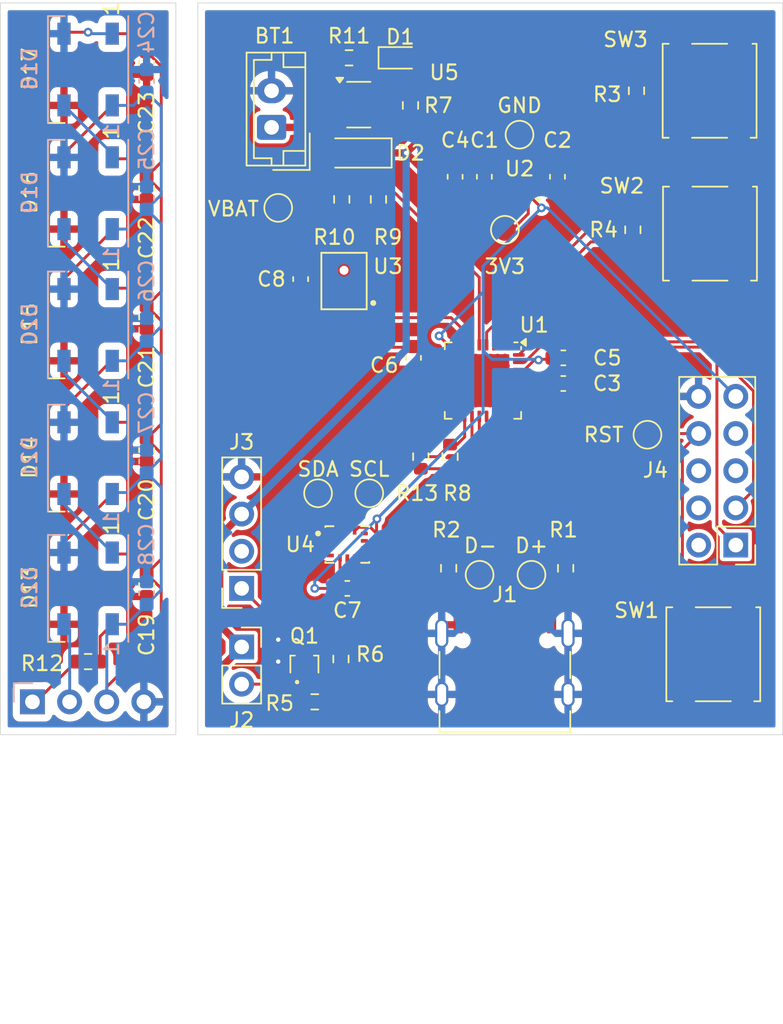
<source format=kicad_pcb>
(kicad_pcb (version 20240108) (generator "pcbnew") (generator_version "8.0")
  (layers (0 "F.Cu" signal) (31 "B.Cu" signal) (34 "B.Paste" user) (35 "F.Paste" user) (36 "B.SilkS" user "B.Silkscreen") (37 "F.SilkS" user "F.Silkscreen") (38 "B.Mask" user) (39 "F.Mask" user) (44 "Edge.Cuts" user))
  (net 0 "")
  (net 1 "VBAT")
  (net 2 "GND")
  (net 3 "VBUS")
  (net 4 "+3V3")
  (net 5 "Net-(U1-VDDCORE)")
  (net 6 "VDD")
  (net 7 "Net-(D1-K)")
  (net 8 "Net-(D13-DIN)")
  (net 9 "Net-(D13-DOUT)")
  (net 10 "Net-(D14-DOUT)")
  (net 11 "Net-(D15-DOUT)")
  (net 12 "Net-(D16-DOUT)")
  (net 13 "Net-(D17-DOUT)")
  (net 14 "Net-(D18-DOUT)")
  (net 15 "Net-(D19-DOUT)")
  (net 16 "Net-(D20-DOUT)")
  (net 17 "Net-(D21-DOUT)")
  (net 18 "/NeoStick/DOUT")
  (net 19 "Net-(J1-CC2)")
  (net 20 "Net-(J1-CC1)")
  (net 21 "/D-")
  (net 22 "/D+")
  (net 23 "Net-(J2-Pin_2)")
  (net 24 "/NEO_OUT")
  (net 28 "/RESET")
  (net 32 "/SWDIO")
  (net 33 "/SWDCLK")
  (net 34 "/NeoStick/DIN")
  (net 35 "Net-(Q1-G)")
  (net 36 "/BUTTON_2")
  (net 37 "/BUTTON_1")
  (net 38 "/LASER")
  (net 39 "Net-(U5-PROG)")
  (net 40 "/BATT_SENSE")
  (net 41 "Net-(U5-STAT)")
  (net 42 "/SCL")
  (net 43 "/SDA")
  (net 53 "/MIC")
  (footprint "LED_SMD:LED_WS2812B_PLCC4_5.0x5.0mm_P3.2mm" (layer "F.Cu") (at 75.5 85.1 -90)
    (property "Reference" "D14")
    (property "Value" "WS2812B")
  )
  (footprint "Connector_USB:USB_C_Receptacle_Palconn_UTC16-G" (layer "F.Cu") (at 104 99)
    (property "Reference" "J1")
    (property "Value" "USB_C_Receptacle_USB2.0_14P")
  )
  (footprint "TestPoint:TestPoint_Pad_D1.5mm" (layer "F.Cu") (at 91.225 87.5)
    (property "Reference" "SDA")
    (property "Value" "TP_SDA")
  )
  (footprint "Resistor_SMD:R_0603_1608Metric" (layer "F.Cu") (at 75.5 99)
    (property "Reference" "R12")
    (property "Value" "300")
  )
  (footprint "Resistor_SMD:R_0603_1608Metric" (layer "F.Cu") (at 100.155 92.625 90)
    (property "Reference" "R2")
    (property "Value" "5.1k")
  )
  (footprint "LED_SMD:LED_WS2812B_PLCC4_5.0x5.0mm_P3.2mm" (layer "F.Cu") (at 75.5 67 -90)
    (property "Reference" "D16")
    (property "Value" "WS2812B")
  )
  (footprint "Capacitor_SMD:C_0603_1608Metric" (layer "F.Cu") (at 79.5 93.775 -90)
    (property "Reference" "C19")
    (property "Value" "1uF")
  )
  (footprint "Capacitor_SMD:C_0603_1608Metric" (layer "F.Cu") (at 79.5 58.1 -90)
    (property "Reference" "C23")
    (property "Value" "1uF")
  )
  (footprint "Capacitor_SMD:C_0603_1608Metric" (layer "F.Cu") (at 97.75 78.25 -90)
    (property "Reference" "C6")
    (property "Value" "0.1uF")
  )
  (footprint "TestPoint:TestPoint_Pad_D1.5mm" (layer "F.Cu") (at 102.27 93.07 90)
    (property "Reference" "D-")
    (property "Value" "TP_D+")
  )
  (footprint "Resistor_SMD:R_0603_1608Metric" (layer "F.Cu") (at 92.79 98.825 90)
    (property "Reference" "R6")
    (property "Value" "200")
  )
  (footprint "Resistor_SMD:R_0603_1608Metric" (layer "F.Cu") (at 113 60 90)
    (property "Reference" "R3")
    (property "Value" "10k")
  )
  (footprint "LightLibrary:XDFN6_711AT_ONS-L" (layer "F.Cu") (at 105 67 180)
    (property "Reference" "U2")
    (property "Value" "~")
  )
  (footprint "Diode_SMD:D_SOD-123F" (layer "F.Cu") (at 94.045 64.25 180)
    (property "Reference" "D2")
    (property "Value" "MBR120")
  )
  (footprint "Capacitor_SMD:C_0603_1608Metric" (layer "F.Cu") (at 93.225 94)
    (property "Reference" "C7")
    (property "Value" "0.1uF")
  )
  (footprint "Button_Switch_SMD:SW_Push_1P1T_NO_CK_KSC6xxJ" (layer "F.Cu") (at 118.025 69.76 90)
    (property "Reference" "SW2")
    (property "Value" "SW_SPST")
  )
  (footprint "Resistor_SMD:R_0603_1608Metric" (layer "F.Cu") (at 108.155 92.625 -90)
    (property "Reference" "R1")
    (property "Value" "5.1k")
  )
  (footprint "Resistor_SMD:R_0603_1608Metric" (layer "F.Cu") (at 98.25 85 90)
    (property "Reference" "R13")
    (property "Value" "3.3k")
  )
  (footprint "Resistor_SMD:R_0603_1608Metric" (layer "F.Cu") (at 100.25 85 90)
    (property "Reference" "R8")
    (property "Value" "3.3k")
  )
  (footprint "TestPoint:TestPoint_Pad_D1.5mm" (layer "F.Cu") (at 104 69.5 180)
    (property "Reference" "3V3")
    (property "Value" "TP_3v3")
  )
  (footprint "Button_Switch_SMD:SW_Push_1P1T_NO_CK_KSC6xxJ" (layer "F.Cu") (at 118.25 98.5 90)
    (property "Reference" "SW1")
    (property "Value" "SW_SPST")
  )
  (footprint "Resistor_SMD:R_0603_1608Metric" (layer "F.Cu") (at 97.545 61 90)
    (property "Reference" "R7")
    (property "Value" "2K")
  )
  (footprint "Resistor_SMD:R_0603_1608Metric" (layer "F.Cu") (at 93.345 57.75 180)
    (property "Reference" "R11")
    (property "Value" "5.1k")
  )
  (footprint "Capacitor_SMD:C_0603_1608Metric" (layer "F.Cu") (at 100.5969 65.875001 90)
    (property "Reference" "C4")
    (property "Value" "10uF")
  )
  (footprint "Capacitor_SMD:C_0603_1608Metric" (layer "F.Cu") (at 107.5969 65.875001 90)
    (property "Reference" "C2")
    (property "Value" "1uF")
  )
  (footprint "Connector_PinSocket_2.54mm:PinSocket_1x02_P2.54mm_Vertical" (layer "F.Cu") (at 86 98)
    (property "Reference" "J2")
    (property "Value" "Conn_01x02_Socket")
  )
  (footprint "LightLibrary:XDCR_ICM-42670-P" (layer "F.Cu") (at 93.225 91)
    (property "Reference" "U4")
    (property "Value" "~")
  )
  (footprint "LED_SMD:LED_WS2812B_PLCC4_5.0x5.0mm_P3.2mm" (layer "F.Cu") (at 75.5 58.55 -90)
    (property "Reference" "D17")
    (property "Value" "WS2812B")
  )
  (footprint "Resistor_SMD:R_0603_1608Metric" (layer "F.Cu") (at 95.355 67.425 -90)
    (property "Reference" "R9")
    (property "Value" "100k")
  )
  (footprint "Package_TO_SOT_SMD:SOT-416" (layer "F.Cu") (at 90.29 99.1 90)
    (property "Reference" "Q1")
    (property "Value" "NMOS")
  )
  (footprint "Package_TO_SOT_SMD:SOT-23-5" (layer "F.Cu") (at 94.0075 60.95)
    (property "Reference" "U5")
    (property "Value" "MCP73831-2-OT")
  )
  (footprint "Capacitor_SMD:C_0603_1608Metric" (layer "F.Cu") (at 79.5 84.55 -90)
    (property "Reference" "C20")
    (property "Value" "1uF")
  )
  (footprint "Capacitor_SMD:C_0603_1608Metric" (layer "F.Cu") (at 90.034 72.8685 90)
    (property "Reference" "C8")
    (property "Value" "0.1uF")
  )
  (footprint "Resistor_SMD:R_0603_1608Metric" (layer "F.Cu") (at 91 101.75 180)
    (property "Reference" "R5")
    (property "Value" "10k")
  )
  (footprint "TestPoint:TestPoint_Pad_D1.5mm" (layer "F.Cu") (at 94.725 87.5)
    (property "Reference" "SCL")
    (property "Value" "TP_SCL")
  )
  (footprint "TestPoint:TestPoint_Pad_D1.5mm" (layer "F.Cu") (at 113.75 83.5)
    (property "Reference" "RST")
    (property "Value" "TP_RESET")
  )
  (footprint "Connector_JST:JST_EH_B2B-EH-A_1x02_P2.50mm_Vertical" (layer "F.Cu") (at 88.045 62.5 90)
    (property "Reference" "BT1")
    (property "Value" "Battery")
  )
  (footprint "LED_SMD:LED_WS2812B_PLCC4_5.0x5.0mm_P3.2mm" (layer "F.Cu") (at 75.5 94 -90)
    (property "Reference" "D13")
    (property "Value" "WS2812B")
  )
  (footprint "Capacitor_SMD:C_0603_1608Metric" (layer "F.Cu") (at 79.5 75.4875 -90)
    (property "Reference" "C21")
    (property "Value" "1uF")
  )
  (footprint "Capacitor_SMD:C_0603_1608Metric" (layer "F.Cu") (at 79.5 66.65 -90)
    (property "Reference" "C22")
    (property "Value" "1uF")
  )
  (footprint "TestPoint:TestPoint_Pad_D1.5mm" (layer "F.Cu") (at 105.82 93.07 90)
    (property "Reference" "D+")
    (property "Value" "TP_D-")
  )
  (footprint "Resistor_SMD:R_0603_1608Metric" (layer "F.Cu") (at 92.845 67.425 -90)
    (property "Reference" "R10")
    (property "Value" "100k")
  )
  (footprint "LightLibrary:XDCR_SPU0410LR5H-QB" (layer "F.Cu") (at 93 73 180)
    (property "Reference" "U3")
    (property "Value" "~")
  )
  (footprint "Connector_PinHeader_2.54mm:PinHeader_2x05_P2.54mm_Vertical" (layer "F.Cu") (at 119.79 91.04 180)
    (property "Reference" "J4")
    (property "Value" "JTAGICE3")
  )
  (footprint "Capacitor_SMD:C_0603_1608Metric" (layer "F.Cu") (at 107.993705 80 180)
    (property "Reference" "C3")
    (property "Value" "1uF")
  )
  (footprint "TestPoint:TestPoint_Pad_D1.5mm" (layer "F.Cu") (at 105 63 180)
    (property "Reference" "GND")
    (property "Value" "TP_GND")
  )
  (footprint "Capacitor_SMD:C_0603_1608Metric" (layer "F.Cu") (at 108 78.25)
    (property "Reference" "C5")
    (property "Value" "0.1uF")
  )
  (footprint "Package_DFN_QFN:QFN-32-1EP_5x5mm_P0.5mm_EP3.6x3.6mm" (layer "F.Cu") (at 102.5 79.8 -90)
    (property "Reference" "U1")
    (property "Value" "ATSAMD21E17D-M")
  )
  (footprint "LED_SMD:LED_WS2812B_PLCC4_5.0x5.0mm_P3.2mm" (layer "F.Cu") (at 75.5 76 -90)
    (property "Reference" "D15")
    (property "Value" "WS2812B")
  )
  (footprint "Connector_PinSocket_2.54mm:PinSocket_1x04_P2.54mm_Vertical" (layer "F.Cu") (at 86 94 180)
    (property "Reference" "J3")
    (property "Value" "Conn_01x04_Socket")
  )
  (footprint "Capacitor_SMD:C_0603_1608Metric" (layer "F.Cu") (at 102.5969 65.875001 90)
    (property "Reference" "C1")
    (property "Value" "1uF")
  )
  (footprint "LED_SMD:LED_0603_1608Metric" (layer "F.Cu") (at 96.845 57.75)
    (property "Reference" "D1")
    (property "Value" "LED")
  )
  (footprint "Resistor_SMD:R_0603_1608Metric" (layer "F.Cu") (at 112.75 69.5 -90)
    (property "Reference" "R4")
    (property "Value" "10k")
  )
  (footprint "TestPoint:TestPoint_Pad_D1.5mm" (layer "F.Cu") (at 88.5 68)
    (property "Reference" "VBAT")
    (property "Value" "TP_VBAT")
  )
  (footprint "Button_Switch_SMD:SW_Push_1P1T_NO_CK_KSC6xxJ" (layer "F.Cu") (at 118 60 90)
    (property "Reference" "SW3")
    (property "Value" "SW_SPST")
  )
  (footprint "Capacitor_SMD:C_0603_1608Metric" (layer "B.Cu") (at 79.5 94.325 90)
    (property "Reference" "C28")
    (property "Value" "1uF")
  )
  (footprint "Capacitor_SMD:C_0603_1608Metric" (layer "B.Cu") (at 79.5 67.325 90)
    (property "Reference" "C25")
    (property "Value" "1uF")
  )
  (footprint "LED_SMD:LED_WS2812B_PLCC4_5.0x5.0mm_P3.2mm" (layer "B.Cu") (at 75.5 67 90)
    (property "Reference" "D19")
    (property "Value" "WS2812B")
  )
  (footprint "LED_SMD:LED_WS2812B_PLCC4_5.0x5.0mm_P3.2mm" (layer "B.Cu") (at 75.5 85.1 90)
    (property "Reference" "D21")
    (property "Value" "WS2812B")
  )
  (footprint "LED_SMD:LED_WS2812B_PLCC4_5.0x5.0mm_P3.2mm" (layer "B.Cu") (at 75.5 94 90)
    (property "Reference" "D22")
    (property "Value" "WS2812B")
  )
  (footprint "Capacitor_SMD:C_0603_1608Metric" (layer "B.Cu") (at 79.5 76.325 90)
    (property "Reference" "C26")
    (property "Value" "1uF")
  )
  (footprint "Capacitor_SMD:C_0603_1608Metric" (layer "B.Cu") (at 79.5 85.325 90)
    (property "Reference" "C27")
    (property "Value" "1uF")
  )
  (footprint "LED_SMD:LED_WS2812B_PLCC4_5.0x5.0mm_P3.2mm" (layer "B.Cu") (at 75.5 58.55 90)
    (property "Reference" "D18")
    (property "Value" "WS2812B")
  )
  (footprint "Capacitor_SMD:C_0603_1608Metric" (layer "B.Cu") (at 79.5 59.325 90)
    (property "Reference" "C24")
    (property "Value" "1uF")
  )
  (footprint "LED_SMD:LED_WS2812B_PLCC4_5.0x5.0mm_P3.2mm" (layer "B.Cu") (at 75.5 76 90)
    (property "Reference" "D20")
    (property "Value" "WS2812B")
  )
  (footprint "Connector_PinHeader_2.54mm:PinHeader_1x04_P2.54mm_Horizontal" (layer "B.Cu") (at 71.693426 101.75 -90)
    (property "Reference" "J5" (hide yes))
    (property "Value" "Conn_01x04_Pin" (hide yes))
  )
  (gr_rect (start 83 54) (end 123 104) (stroke (width 0.05)) (fill none) (layer "Edge.Cuts"))
  (gr_rect (start 69.5 54) (end 81.5 104) (stroke (width 0.05)) (fill none) (layer "Edge.Cuts"))
  (segment (start 92.75 64.355) (end 92.75 66.295) (width 0.5) (layer "F.Cu") (net 1))
  (segment (start 92.645 64) (end 92.75 63.895) (width 0.5) (layer "F.Cu") (net 1))
  (segment (start 92.645 64.25) (end 92.75 64.355) (width 0.5) (layer "F.Cu") (net 1))
  (segment (start 92.845 66.6) (end 89.9 66.6) (width 0.5) (layer "F.Cu") (net 1))
  (segment (start 92.75 63.895) (end 92.75 62.23) (width 0.5) (layer "F.Cu") (net 1))
  (segment (start 92.645 62.125) (end 92.87 61.9) (width 0.2) (layer "F.Cu") (net 1))
  (segment (start 92.75 66.295) (end 92.645 66.4) (width 0.5) (layer "F.Cu") (net 1))
  (segment (start 91.145 61.9) (end 92.87 61.9) (width 0.5) (layer "F.Cu") (net 1))
  (segment (start 90.545 62.5) (end 91.145 61.9) (width 0.5) (layer "F.Cu") (net 1))
  (segment (start 92.75 62.23) (end 92.645 62.125) (width 0.5) (layer "F.Cu") (net 1))
  (segment (start 92.645 66.4) (end 92.845 66.6) (width 0.2) (layer "F.Cu") (net 1))
  (segment (start 88.045 62.5) (end 90.545 62.5) (width 0.5) (layer "F.Cu") (net 1))
  (segment (start 92.645 64.4) (end 92.545 64.5) (width 0.2) (layer "F.Cu") (net 1))
  (segment (start 92.645 64) (end 92.645 64.4) (width 0.2) (layer "F.Cu") (net 1))
  (segment (start 89.9 66.6) (end 88.5 68) (width 0.5) (layer "F.Cu") (net 1))
  (segment (start 105.5969 66.600001) (end 106.399999 66.600001) (width 0.2) (layer "F.Cu") (net 2))
  (segment (start 102.75 80.05) (end 102.5 79.8) (width 0.2) (layer "F.Cu") (net 2))
  (segment (start 101.25 78.55) (end 102.5 79.8) (width 0.2) (layer "F.Cu") (net 2))
  (segment (start 106.399999 66.600001) (end 106.5 66.5) (width 0.2) (layer "F.Cu") (net 2))
  (via (at 88.5 97.5) (size 0.6) (drill 0.3) (layers "F.Cu" "B.Cu") (net 2))
  (via (at 88.5 99) (size 0.6) (drill 0.3) (layers "F.Cu" "B.Cu") (net 2))
  (segment (start 104.4031 66.600001) (end 102.6469 66.600001) (width 0.2) (layer "F.Cu") (net 3))
  (segment (start 102.5969 66.650001) (end 100.5969 66.650001) (width 0.5) (layer "F.Cu") (net 3))
  (segment (start 107.280538 94.5) (end 106.4 95.380538) (width 0.4) (layer "F.Cu") (net 3))
  (segment (start 98.75 62.75) (end 97.25 64.25) (width 0.5) (layer "F.Cu") (net 3))
  (segment (start 86 98) (end 84.5 96.5) (width 0.5) (layer "F.Cu") (net 3))
  (segment (start 100.75 94.5) (end 98.834607 94.5) (width 0.4) (layer "F.Cu") (net 3))
  (segment (start 84.5 90.42) (end 86 88.92) (width 0.5) (layer "F.Cu") (net 3))
  (segment (start 84.25 101.5) (end 84.25 99.75) (width 0.5) (layer "F.Cu") (net 3))
  (segment (start 100.5969 66.650001) (end 99.650001 66.650001) (width 0.5) (layer "F.Cu") (net 3))
  (segment (start 106.4 95.380538) (end 106.4 96.49) (width 0.4) (layer "F.Cu") (net 3))
  (segment (start 103.346898 67.399999) (end 102.5969 66.650001) (width 0.2) (layer "F.Cu") (net 3))
  (segment (start 99.650001 66.650001) (end 97.25 64.25) (width 0.5) (layer "F.Cu") (net 3))
  (segment (start 98.75 59) (end 98.75 62.75) (width 0.5) (layer "F.Cu") (net 3))
  (segment (start 92.418212 103) (end 109.5 103) (width 0.4) (layer "F.Cu") (net 3))
  (segment (start 109.5 94.5) (end 107.280538 94.5) (width 0.4) (layer "F.Cu") (net 3))
  (segment (start 109.5 103) (end 110.5 102) (width 0.4) (layer "F.Cu") (net 3))
  (segment (start 110.5 95.5) (end 109.5 94.5) (width 0.4) (layer "F.Cu") (net 3))
  (segment (start 101.6 95.35) (end 100.75 94.5) (width 0.4) (layer "F.Cu") (net 3))
  (segment (start 97.25 64.25) (end 95.445 64.25) (width 0.5) (layer "F.Cu") (net 3))
  (segment (start 96 99.5) (end 92.5 103) (width 0.4) (layer "F.Cu") (net 3))
  (segment (start 97.6325 57.8825) (end 98.75 59) (width 0.5) (layer "F.Cu") (net 3))
  (segment (start 98.834607 94.5) (end 96 97.334607) (width 0.4) (layer "F.Cu") (net 3))
  (segment (start 97.6325 57.75) (end 97.6325 57.8825) (width 0.5) (layer "F.Cu") (net 3))
  (segment (start 95.445 64) (end 95.445 62.2) (width 0.5) (layer "F.Cu") (net 3))
  (segment (start 92.5 103) (end 92.418212 103) (width 0.4) (layer "F.Cu") (net 3))
  (segment (start 102.6469 66.600001) (end 102.5969 66.650001) (width 0.2) (layer "F.Cu") (net 3))
  (segment (start 104.4031 67.399999) (end 103.346898 67.399999) (width 0.2) (layer "F.Cu") (net 3))
  (segment (start 92.418212 103) (end 85.75 103) (width 0.5) (layer "F.Cu") (net 3))
  (segment (start 101.6 96.49) (end 101.6 95.35) (width 0.4) (layer "F.Cu") (net 3))
  (segment (start 84.5 96.5) (end 84.5 90.42) (width 0.5) (layer "F.Cu") (net 3))
  (segment (start 85.75 103) (end 84.25 101.5) (width 0.5) (layer "F.Cu") (net 3))
  (segment (start 84.25 99.75) (end 86 98) (width 0.5) (layer "F.Cu") (net 3))
  (segment (start 96 97.334607) (end 96 99.5) (width 0.4) (layer "F.Cu") (net 3))
  (segment (start 95.445 62.2) (end 95.145 61.9) (width 0.5) (layer "F.Cu") (net 3))
  (segment (start 110.5 102) (end 110.5 95.5) (width 0.4) (layer "F.Cu") (net 3))
  (via (at 97.25 64.25) (size 0.6) (drill 0.3) (layers "F.Cu" "B.Cu") (net 3))
  (segment (start 97.25 77.67) (end 97.25 64.25) (width 0.5) (layer "B.Cu") (net 3))
  (segment (start 86 88.92) (end 97.25 77.67) (width 0.5) (layer "B.Cu") (net 3))
  (segment (start 104.5 69.5) (end 105.5969 68.4031) (width 0.2) (layer "F.Cu") (net 4))
  (segment (start 107 67) (end 105.5969 67) (width 0.2) (layer "F.Cu") (net 4))
  (segment (start 107.225 78.25) (end 107.225 78) (width 0.2) (layer "F.Cu") (net 4))
  (segment (start 104 69.5) (end 104.5 69.5) (width 0.2) (layer "F.Cu") (net 4))
  (segment (start 95.225 90.25) (end 95.225 91.5) (width 0.2) (layer "F.Cu") (net 4))
  (segment (start 90.034 73.6435) (end 91.309 73.6435) (width 0.2) (layer "F.Cu") (net 4))
  (segment (start 98.25 86.25) (end 98.25 85.825) (width 0.2) (layer "F.Cu") (net 4))
  (segment (start 107 67) (end 108 67) (width 0.2) (layer "F.Cu") (net 4))
  (segment (start 110.725001 66.650001) (end 112.75 68.675) (width 0.2) (layer "F.Cu") (net 4))
  (segment (start 105.5969 67.399999) (end 105.5969 67) (width 0.2) (layer "F.Cu") (net 4))
  (segment (start 95.225 90.25) (end 95.225 89.275) (width 0.2) (layer "F.Cu") (net 4))
  (segment (start 107.5969 66.650001) (end 107.246901 67) (width 0.2) (layer "F.Cu") (net 4))
  (segment (start 92.45 94) (end 91 94) (width 0.2) (layer "F.Cu") (net 4))
  (segment (start 95.225 89.275) (end 95.25 89.25) (width 0.2) (layer "F.Cu") (net 4))
  (segment (start 107.5969 66.650001) (end 113 61.246901) (width 0.2) (layer "F.Cu") (net 4))
  (segment (start 91.309 73.6435) (end 92.034 74.3685) (width 0.2) (layer "F.Cu") (net 4))
  (segment (start 107.5969 66.650001) (end 110.725001 66.650001) (width 0.2) (layer "F.Cu") (net 4))
  (segment (start 92.034 74.3685) (end 95.1905 77.525) (width 0.2) (layer "F.Cu") (net 4))
  (segment (start 98.25 85.825) (end 100.25 85.825) (width 0.2) (layer "F.Cu") (net 4))
  (segment (start 98.275 78.05) (end 97.75 77.525) (width 0.2) (layer "F.Cu") (net 4))
  (segment (start 105.64196 79.05) (end 104.95 79.05) (width 0.2) (layer "F.Cu") (net 4))
  (segment (start 95.1905 77.525) (end 97.75 77.525) (width 0.2) (layer "F.Cu") (net 4))
  (segment (start 100.05 77.3) (end 99.5 76.75) (width 0.2) (layer "F.Cu") (net 4))
  (segment (start 105.899999 67.399999) (end 106.5 68) (width 0.2) (layer "F.Cu") (net 4))
  (segment (start 95.25 89.25) (end 98.25 86.25) (width 0.2) (layer "F.Cu") (net 4))
  (segment (start 105.5969 68.4031) (end 105.5969 67.399999) (width 0.2) (layer "F.Cu") (net 4))
  (segment (start 92.725 91.9125) (end 92.725 93.725) (width 0.2) (layer "F.Cu") (net 4))
  (segment (start 93.9875 89.825) (end 94.8 89.825) (width 0.2) (layer "F.Cu") (net 4))
  (segment (start 106.063135 78.34598) (end 107.12902 78.34598) (width 0.2) (layer "F.Cu") (net 4))
  (segment (start 104.95 79.05) (end 105.359115 79.05) (width 0.2) (layer "F.Cu") (net 4))
  (segment (start 92.725 93.725) (end 92.45 94) (width 0.2) (layer "F.Cu") (net 4))
  (segment (start 113 61.246901) (end 113 60.825) (width 0.2) (layer "F.Cu") (net 4))
  (segment (start 105.359115 79.05) (end 106.063135 78.34598) (width 0.2) (layer "F.Cu") (net 4))
  (segment (start 94.975 91.75) (end 94.3875 91.75) (width 0.2) (layer "F.Cu") (net 4))
  (segment (start 93.725 90.0875) (end 93.9875 89.825) (width 0.2) (layer "F.Cu") (net 4))
  (segment (start 100.05 78.05) (end 100.05 77.3) (width 0.2) (layer "F.Cu") (net 4))
  (segment (start 95.225 91.5) (end 94.975 91.75) (width 0.2) (layer "F.Cu") (net 4))
  (segment (start 105.5969 67.399999) (end 105.899999 67.399999) (width 0.2) (layer "F.Cu") (net 4))
  (segment (start 94.8 89.825) (end 95.225 90.25) (width 0.2) (layer "F.Cu") (net 4))
  (segment (start 107.246901 67) (end 107 67) (width 0.2) (layer "F.Cu") (net 4))
  (segment (start 107.12902 78.34598) (end 107.225 78.25) (width 0.2) (layer "F.Cu") (net 4))
  (segment (start 100.05 78.05) (end 98.275 78.05) (width 0.2) (layer "F.Cu") (net 4))
  (via (at 95.25 89.25) (size 0.6) (drill 0.3) (layers "F.Cu" "B.Cu") (net 4))
  (via (at 91 94) (size 0.6) (drill 0.3) (layers "F.Cu" "B.Cu") (net 4))
  (via (at 106.5 68) (size 0.6) (drill 0.3) (layers "F.Cu" "B.Cu") (net 4))
  (via (at 99.5 76.75) (size 0.6) (drill 0.3) (layers "F.Cu" "B.Cu") (net 4))
  (via (at 106.29799 78.39397) (size 0.6) (drill 0.3) (layers "F.Cu" "B.Cu") (net 4))
  (segment (start 119.79 80.88) (end 106.91 68) (width 0.2) (layer "B.Cu") (net 4))
  (segment (start 102.51 77.75) (end 102.51 71.99) (width 0.2) (layer "B.Cu") (net 4))
  (segment (start 103.10598 78.34598) (end 102.51 77.75) (width 0.2) (layer "B.Cu") (net 4))
  (segment (start 102.51 71.99) (end 106.5 68) (width 0.2) (layer "B.Cu") (net 4))
  (segment (start 91 94) (end 91 93.5) (width 0.2) (layer "B.Cu") (net 4))
  (segment (start 95.25 89.25) (end 102.51 81.99) (width 0.2) (layer "B.Cu") (net 4))
  (segment (start 99.5 76.75) (end 102.51 73.74) (width 0.2) (layer "B.Cu") (net 4))
  (segment (start 102.51 73.74) (end 102.51 71.99) (width 0.2) (layer "B.Cu") (net 4))
  (segment (start 106.29799 78.39397) (end 106.25 78.34598) (width 0.2) (layer "B.Cu") (net 4))
  (segment (start 106.91 68) (end 106.5 68) (width 0.2) (layer "B.Cu") (net 4))
  (segment (start 106.25 78.34598) (end 103.10598 78.34598) (width 0.2) (layer "B.Cu") (net 4))
  (segment (start 102.51 81.99) (end 102.51 77.75) (width 0.2) (layer "B.Cu") (net 4))
  (segment (start 91 93.5) (end 95.25 89.25) (width 0.2) (layer "B.Cu") (net 4))
  (segment (start 106.768705 79.55) (end 104.95 79.55) (width 0.2) (layer "F.Cu") (net 5))
  (segment (start 107.218705 80) (end 106.768705 79.55) (width 0.2) (layer "F.Cu") (net 5))
  (segment (start 80.5 75.7125) (end 79.5 74.7125) (width 0.2) (layer "F.Cu") (net 6))
  (segment (start 80.5 84.775) (end 79.5 83.775) (width 0.2) (layer "F.Cu") (net 6))
  (segment (start 78.275 64.65) (end 79.5 65.875) (width 0.2) (layer "F.Cu") (net 6))
  (segment (start 79.5 65.875) (end 80.5 64.875) (width 0.2) (layer "F.Cu") (net 6))
  (segment (start 80.5 92) (end 80.5 84.775) (width 0.2) (layer "F.Cu") (net 6))
  (segment (start 78.375 82.65) (end 79.5 83.775) (width 0.2) (layer "F.Cu") (net 6))
  (segment (start 80.5 97) (end 80.5 94) (width 0.2) (layer "F.Cu") (net 6))
  (segment (start 80.5 94) (end 79.5 93) (width 0.2) (layer "F.Cu") (net 6))
  (segment (start 80.5 64.875) (end 80.5 58.325) (width 0.2) (layer "F.Cu") (net 6))
  (segment (start 79.5 83.775) (end 80.5 82.775) (width 0.2) (layer "F.Cu") (net 6))
  (segment (start 76.78 100.72) (end 80.5 97) (width 0.2) (layer "F.Cu") (net 6))
  (segment (start 78.275 56.1) (end 79.5 57.325) (width 0.2) (layer "F.Cu") (net 6))
  (segment (start 77.15 82.65) (end 78.375 82.65) (width 0.2) (layer "F.Cu") (net 6))
  (segment (start 77.15 73.4875) (end 78.275 73.4875) (width 0.2) (layer "F.Cu") (net 6))
  (segment (start 80.5 58.325) (end 79.5 57.325) (width 0.2) (layer "F.Cu") (net 6))
  (segment (start 80.5 66.875) (end 79.5 65.875) (width 0.2) (layer "F.Cu") (net 6))
  (segment (start 79.5 74.7125) (end 80.5 73.7125) (width 0.2) (layer "F.Cu") (net 6))
  (segment (start 79.5 93) (end 80.5 92) (width 0.2) (layer "F.Cu") (net 6))
  (segment (start 77.15 91.65) (end 78.15 91.65) (width 0.2) (layer "F.Cu") (net 6))
  (segment (start 78.15 91.65) (end 79.5 93) (width 0.2) (layer "F.Cu") (net 6))
  (segment (start 77.15 64.65) (end 78.275 64.65) (width 0.2) (layer "F.Cu") (net 6))
  (segment (start 80.5 73.7125) (end 80.5 66.875) (width 0.2) (layer "F.Cu") (net 6))
  (segment (start 77.15 56.1) (end 78.275 56.1) (width 0.2) (layer "F.Cu") (net 6))
  (segment (start 76.78 102) (end 76.78 100.72) (width 0.2) (layer "F.Cu") (net 6))
  (segment (start 80.5 82.775) (end 80.5 75.7125) (width 0.2) (layer "F.Cu") (net 6))
  (segment (start 78.275 73.4875) (end 79.5 74.7125) (width 0.2) (layer "F.Cu") (net 6))
  (segment (start 80.5 69.1) (end 79.5 68.1) (width 0.2) (layer "B.Cu") (net 6))
  (segment (start 76.78 96.82) (end 77.15 96.45) (width 0.2) (layer "B.Cu") (net 6))
  (segment (start 80.5 76.1) (end 80.5 69.1) (width 0.2) (layer "B.Cu") (net 6))
  (segment (start 79.5 95.1) (end 80.5 94.1) (width 0.2) (layer "B.Cu") (net 6))
  (segment (start 77.15 87.45) (end 78.15 87.45) (width 0.2) (layer "B.Cu") (net 6))
  (segment (start 79.5 77.1) (end 80.5 76.1) (width 0.2) (layer "B.Cu") (net 6))
  (segment (start 79.5 68.1) (end 80.5 67.1) (width 0.2) (layer "B.Cu") (net 6))
  (segment (start 80.5 94.1) (end 80.5 87.1) (width 0.2) (layer "B.Cu") (net 6))
  (segment (start 80.5 67.1) (end 80.5 61.1) (width 0.2) (layer "B.Cu") (net 6))
  (segment (start 80.5 85.1) (end 80.5 78.1) (width 0.2) (layer "B.Cu") (net 6))
  (segment (start 77.15 78.45) (end 78.15 78.45) (width 0.2) (layer "B.Cu") (net 6))
  (segment (start 80.5 87.1) (end 79.5 86.1) (width 0.2) (layer "B.Cu") (net 6))
  (segment (start 80.5 78.1) (end 79.5 77.1) (width 0.2) (layer "B.Cu") (net 6))
  (segment (start 78.15 78.45) (end 79.5 77.1) (width 0.2) (layer "B.Cu") (net 6))
  (segment (start 79.5 86.1) (end 80.5 85.1) (width 0.2) (layer "B.Cu") (net 6))
  (segment (start 78.6 61) (end 79.5 60.1) (width 0.2) (layer "B.Cu") (net 6))
  (segment (start 78.15 69.45) (end 79.5 68.1) (width 0.2) (layer "B.Cu") (net 6))
  (segment (start 77.15 96.45) (end 78.15 96.45) (width 0.2) (layer "B.Cu") (net 6))
  (segment (start 77.15 69.45) (end 78.15 69.45) (width 0.2) (layer "B.Cu") (net 6))
  (segment (start 78.15 87.45) (end 79.5 86.1) (width 0.2) (layer "B.Cu") (net 6))
  (segment (start 78.15 96.45) (end 79.5 95.1) (width 0.2) (layer "B.Cu") (net 6))
  (segment (start 80.5 61.1) (end 79.5 60.1) (width 0.2) (layer "B.Cu") (net 6))
  (segment (start 77.15 61) (end 78.6 61) (width 0.2) (layer "B.Cu") (net 6))
  (segment (start 76.78 102) (end 76.78 96.82) (width 0.2) (layer "B.Cu") (net 6))
  (segment (start 94.17 57.75) (end 96.0575 57.75) (width 0.2) (layer "F.Cu") (net 7))
  (segment (start 76.325 99) (end 76.325 97.275) (width 0.2) (layer "F.Cu") (net 8))
  (segment (start 76.325 97.275) (end 77.15 96.45) (width 0.2) (layer "F.Cu") (net 8))
  (segment (start 77.15 87.55) (end 73.85 90.85) (width 0.2) (layer "F.Cu") (net 9))
  (segment (start 73.85 90.85) (end 73.85 91.65) (width 0.2) (layer "F.Cu") (net 9))
  (segment (start 77.15 78.3875) (end 73.85 81.6875) (width 0.2) (layer "F.Cu") (net 10))
  (segment (start 73.85 81.6875) (end 73.85 82.65) (width 0.2) (layer "F.Cu") (net 10))
  (segment (start 73.85 72.85) (end 73.85 73.4875) (width 0.2) (layer "F.Cu") (net 11))
  (segment (start 77.15 69.55) (end 73.85 72.85) (width 0.2) (layer "F.Cu") (net 11))
  (segment (start 73.85 64.3) (end 73.85 64.65) (width 0.2) (layer "F.Cu") (net 12))
  (segment (start 77.15 61) (end 73.85 64.3) (width 0.2) (layer "F.Cu") (net 12))
  (segment (start 73.95 56) (end 73.85 56.1) (width 0.2) (layer "F.Cu") (net 13))
  (segment (start 75.5 56) (end 73.95 56) (width 0.2) (layer "F.Cu") (net 13))
  (via (at 75.5 56) (size 0.6) (drill 0.3) (layers "F.Cu" "B.Cu") (net 13))
  (segment (start 77.15 56.1) (end 75.6 56.1) (width 0.2) (layer "B.Cu") (net 13))
  (segment (start 75.6 56.1) (end 75.5 56) (width 0.2) (layer "B.Cu") (net 13))
  (segment (start 73.85 61) (end 77.15 64.3) (width 0.2) (layer "B.Cu") (net 14))
  (segment (start 77.15 64.3) (end 77.15 64.55) (width 0.2) (layer "B.Cu") (net 14))
  (segment (start 73.85 70.25) (end 73.85 69.45) (width 0.2) (layer "B.Cu") (net 15))
  (segment (start 77.15 73.55) (end 73.85 70.25) (width 0.2) (layer "B.Cu") (net 15))
  (segment (start 77.15 82.55) (end 73.85 79.25) (width 0.2) (layer "B.Cu") (net 16))
  (segment (start 73.85 79.25) (end 73.85 78.45) (width 0.2) (layer "B.Cu") (net 16))
  (segment (start 73.85 88.25) (end 73.85 87.45) (width 0.2) (layer "B.Cu") (net 17))
  (segment (start 77.15 91.55) (end 73.85 88.25) (width 0.2) (layer "B.Cu") (net 17))
  (segment (start 74.24 102) (end 74.24 96.84) (width 0.2) (layer "B.Cu") (net 18))
  (segment (start 74.5 102) (end 74.24 102) (width 0.2) (layer "B.Cu") (net 18))
  (segment (start 74.24 96.84) (end 73.85 96.45) (width 0.2) (layer "B.Cu") (net 18))
  (segment (start 105.75 95.38) (end 105.75 96.49) (width 0.2) (layer "F.Cu") (net 19))
  (segment (start 107.68 93.45) (end 105.75 95.38) (width 0.2) (layer "F.Cu") (net 19))
  (segment (start 107.82 93.57) (end 108.495 93.57) (width 0.2) (layer "F.Cu") (net 19))
  (segment (start 108.155 93.45) (end 107.68 93.45) (width 0.2) (layer "F.Cu") (net 19))
  (segment (start 100.63 93.45) (end 102.75 95.57) (width 0.2) (layer "F.Cu") (net 20))
  (segment (start 100.155 93.45) (end 100.63 93.45) (width 0.2) (layer "F.Cu") (net 20))
  (segment (start 102.75 95.57) (end 102.75 96.49) (width 0.2) (layer "F.Cu") (net 20))
  (segment (start 104 97.57) (end 104.25 97.32) (width 0.2) (layer "F.Cu") (net 21))
  (segment (start 103.5 97.57) (end 104 97.57) (width 0.2) (layer "F.Cu") (net 21))
  (segment (start 102.27 93.07) (end 103.75 91.59) (width 0.2) (layer "F.Cu") (net 21))
  (segment (start 103.25 97.32) (end 103.5 97.57) (width 0.2) (layer "F.Cu") (net 21))
  (segment (start 103.25 94.05) (end 103.25 96.49) (width 0.2) (layer "F.Cu") (net 21))
  (segment (start 103.75 91.59) (end 103.75 82.25) (width 0.2) (layer "F.Cu") (net 21))
  (segment (start 103.25 96.49) (end 103.25 97.32) (width 0.2) (layer "F.Cu") (net 21))
  (segment (start 102.27 93.07) (end 103.25 94.05) (width 0.2) (layer "F.Cu") (net 21))
  (segment (start 104.25 97.32) (end 104.25 96.49) (width 0.2) (layer "F.Cu") (net 21))
  (segment (start 104.75 94.14) (end 104.75 96.49) (width 0.2) (layer "F.Cu") (net 22))
  (segment (start 103.75 95.66) (end 103.84 95.57) (width 0.2) (layer "F.Cu") (net 22))
  (segment (start 103.75 96.49) (end 103.75 95.66) (width 0.2) (layer "F.Cu") (net 22))
  (segment (start 104.25 91.5) (end 104.25 82.25) (width 0.2) (layer "F.Cu") (net 22))
  (segment (start 104.66 95.57) (end 104.75 95.66) (width 0.2) (layer "F.Cu") (net 22))
  (segment (start 105.82 93.07) (end 104.75 94.14) (width 0.2) (layer "F.Cu") (net 22))
  (segment (start 105.82 93.07) (end 104.25 91.5) (width 0.2) (layer "F.Cu") (net 22))
  (segment (start 104.301354 82.301354) (end 104.25 82.25) (width 0.2) (layer "F.Cu") (net 22))
  (segment (start 104.75 95.66) (end 104.75 96.49) (width 0.2) (layer "F.Cu") (net 22))
  (segment (start 103.84 95.57) (end 104.66 95.57) (width 0.2) (layer "F.Cu") (net 22))
  (segment (start 86.315 100.54) (end 89 100.54) (width 0.2) (layer "F.Cu") (net 23))
  (segment (start 89 100.54) (end 89.79 99.75) (width 0.2) (layer "F.Cu") (net 23))
  (segment (start 86 94) (end 88 96) (width 0.2) (layer "F.Cu") (net 24))
  (segment (start 96.64 91.61) (end 101.75 86.5) (width 0.2) (layer "F.Cu") (net 24))
  (segment (start 101.75 86.5) (end 101.75 82.25) (width 0.2) (layer "F.Cu") (net 24))
  (segment (start 96.64 93.850884) (end 96.64 91.61) (width 0.2) (layer "F.Cu") (net 24))
  (segment (start 88 96) (end 94.490884 96) (width 0.2) (layer "F.Cu") (net 24))
  (segment (start 94.490884 96) (end 96.64 93.850884) (width 0.2) (layer "F.Cu") (net 24))
  (segment (start 113.83 83.42) (end 113.75 83.5) (width 0.2) (layer "F.Cu") (net 28))
  (segment (start 111.3 81.05) (end 104.95 81.05) (width 0.2) (layer "F.Cu") (net 28))
  (segment (start 116.25 100.9) (end 116.25 95.1) (width 0.2) (layer "F.Cu") (net 28))
  (segment (start 117.25 83.42) (end 113.83 83.42) (width 0.2) (layer "F.Cu") (net 28))
  (segment (start 116.14 95.49) (end 116.14 84.53) (width 0.2) (layer "F.Cu") (net 28))
  (segment (start 113.75 83.5) (end 111.3 81.05) (width 0.2) (layer "F.Cu") (net 28))
  (segment (start 116.14 84.53) (end 117.25 83.42) (width 0.2) (layer "F.Cu") (net 28))
  (segment (start 116.25 95.6) (end 116.14 95.49) (width 0.2) (layer "F.Cu") (net 28))
  (segment (start 104.95 78.05) (end 105.845 77.155) (width 0.2) (layer "F.Cu") (net 32))
  (segment (start 121 80.520222) (end 121 87.29) (width 0.2) (layer "F.Cu") (net 32))
  (segment (start 117.634778 77.155) (end 121 80.520222) (width 0.2) (layer "F.Cu") (net 32))
  (segment (start 121 87.29) (end 119.79 88.5) (width 0.2) (layer "F.Cu") (net 32))
  (segment (start 105.845 77.155) (end 117.634778 77.155) (width 0.2) (layer "F.Cu") (net 32))
  (segment (start 104.95 78.55) (end 105.349999 78.55) (width 0.2) (layer "F.Cu") (net 33))
  (segment (start 117.485662 77.515) (end 118.5 78.529338) (width 0.2) (layer "F.Cu") (net 33))
  (segment (start 118.5 78.529338) (end 118.5 89.75) (width 0.2) (layer "F.Cu") (net 33))
  (segment (start 105.349999 78.55) (end 106.384999 77.515) (width 0.2) (layer "F.Cu") (net 33))
  (segment (start 118.5 89.75) (end 119.79 91.04) (width 0.2) (layer "F.Cu") (net 33))
  (segment (start 106.384999 77.515) (end 117.485662 77.515) (width 0.2) (layer "F.Cu") (net 33))
  (segment (start 71.7 101.975) (end 74.675 99) (width 0.2) (layer "F.Cu") (net 34))
  (segment (start 71.7 102) (end 71.7 101.975) (width 0.2) (layer "F.Cu") (net 34))
  (segment (start 71.96 102) (end 71.7 102) (width 0.2) (layer "F.Cu") (net 34))
  (segment (start 90.175 100.365) (end 90.79 99.75) (width 0.2) (layer "F.Cu") (net 35))
  (segment (start 90.89 99.65) (end 90.79 99.75) (width 0.2) (layer "F.Cu") (net 35))
  (segment (start 90.175 101.75) (end 90.175 100.365) (width 0.2) (layer "F.Cu") (net 35))
  (segment (start 92.79 99.65) (end 90.89 99.65) (width 0.2) (layer "F.Cu") (net 35))
  (segment (start 116 57.1) (end 116 62.9) (width 0.2) (layer "F.Cu") (net 36))
  (segment (start 116 62.9) (end 114 64.9) (width 0.2) (layer "F.Cu") (net 36))
  (segment (start 113.25 69.5) (end 109.75 69.5) (width 0.2) (layer "F.Cu") (net 36))
  (segment (start 114 64.9) (end 114 68.75) (width 0.2) (layer "F.Cu") (net 36))
  (segment (start 113.925 59.175) (end 116 57.1) (width 0.2) (layer "F.Cu") (net 36))
  (segment (start 114 68.75) (end 113.25 69.5) (width 0.2) (layer "F.Cu") (net 36))
  (segment (start 102.75 76.5) (end 102.75 77.35) (width 0.2) (layer "F.Cu") (net 36))
  (segment (start 109.75 69.5) (end 102.75 76.5) (width 0.2) (layer "F.Cu") (net 36))
  (segment (start 113 59.175) (end 113.925 59.175) (width 0.2) (layer "F.Cu") (net 36))
  (segment (start 112.75 70.325) (end 109.875001 70.325) (width 0.2) (layer "F.Cu") (net 37))
  (segment (start 109.875001 70.325) (end 103.25 76.950001) (width 0.2) (layer "F.Cu") (net 37))
  (segment (start 116.025 66.86) (end 116.025 72.66) (width 0.2) (layer "F.Cu") (net 37))
  (segment (start 112.75 70.325) (end 113.69 70.325) (width 0.2) (layer "F.Cu") (net 37))
  (segment (start 113.69 70.325) (end 116.025 72.66) (width 0.2) (layer "F.Cu") (net 37))
  (segment (start 103.25 76.950001) (end 103.25 77.35) (width 0.2) (layer "F.Cu") (net 37))
  (segment (start 92.79 97.977352) (end 93.022648 97.977352) (width 0.2) (layer "F.Cu") (net 38))
  (segment (start 102.25 86.509116) (end 102.25 82.25) (width 0.2) (layer "F.Cu") (net 38))
  (segment (start 93.022648 97.977352) (end 97 94) (width 0.2) (layer "F.Cu") (net 38))
  (segment (start 97 94) (end 97 91.759116) (width 0.2) (layer "F.Cu") (net 38))
  (segment (start 97 91.759116) (end 102.25 86.509116) (width 0.2) (layer "F.Cu") (net 38))
  (segment (start 95.145 60) (end 97.37 60) (width 0.2) (layer "F.Cu") (net 39))
  (segment (start 97.37 60) (end 97.545 60.175) (width 0.2) (layer "F.Cu") (net 39))
  (segment (start 93.705 68.25) (end 95.355 66.6) (width 0.2) (layer "F.Cu") (net 40))
  (segment (start 92.845 68.25) (end 93.705 68.25) (width 0.2) (layer "F.Cu") (net 40))
  (segment (start 96.1 66.6) (end 102.25 72.75) (width 0.2) (layer "F.Cu") (net 40))
  (segment (start 102.25 72.75) (end 102.25 77.35) (width 0.2) (layer "F.Cu") (net 40))
  (segment (start 95.355 66.6) (end 96.1 66.6) (width 0.2) (layer "F.Cu") (net 40))
  (segment (start 92.87 60) (end 92.52 59.65) (width 0.2) (layer "F.Cu") (net 41))
  (segment (start 92.52 59.65) (end 92.52 57.75) (width 0.2) (layer "F.Cu") (net 41))
  (segment (start 100.725 84.175) (end 101.25 83.65) (width 0.2) (layer "F.Cu") (net 42))
  (segment (start 100.25 84.175) (end 100.725 84.175) (width 0.2) (layer "F.Cu") (net 42))
  (segment (start 93.225 89) (end 94.725 87.5) (width 0.2) (layer "F.Cu") (net 42))
  (segment (start 93.225 90.0875) (end 93.225 89) (width 0.2) (layer "F.Cu") (net 42))
  (segment (start 94.725 86.8875) (end 94.725 87.5) (width 0.2) (layer "F.Cu") (net 42))
  (segment (start 100.25 84.175) (end 99.425 85) (width 0.2) (layer "F.Cu") (net 42))
  (segment (start 99.425 85) (end 96.6125 85) (width 0.2) (layer "F.Cu") (net 42))
  (segment (start 101.25 83.65) (end 101.25 82.25) (width 0.2) (layer "F.Cu") (net 42))
  (segment (start 96.6125 85) (end 94.725 86.8875) (width 0.2) (layer "F.Cu") (net 42))
  (segment (start 92.725 89) (end 92.725 90.0875) (width 0.2) (layer "F.Cu") (net 43))
  (segment (start 98.25 84.175) (end 98.825 84.175) (width 0.2) (layer "F.Cu") (net 43))
  (segment (start 94.55 84.175) (end 91.225 87.5) (width 0.2) (layer "F.Cu") (net 43))
  (segment (start 98.25 84.175) (end 94.55 84.175) (width 0.2) (layer "F.Cu") (net 43))
  (segment (start 91.225 87.5) (end 92.725 89) (width 0.2) (layer "F.Cu") (net 43))
  (segment (start 98.825 84.175) (end 100.75 82.25) (width 0.2) (layer "F.Cu") (net 43))
  (segment (start 100.314386 75.5) (end 101.75 76.935614) (width 0.2) (layer "F.Cu") (net 53))
  (segment (start 95.0975 75.5) (end 100.314386 75.5) (width 0.2) (layer "F.Cu") (net 53))
  (segment (start 93.966 74.3685) (end 95.0975 75.5) (width 0.2) (layer "F.Cu") (net 53))
  (segment (start 101.75 76.935614) (end 101.75 77.35) (width 0.2) (layer "F.Cu") (net 53))
  (zone (net 2) (net_name "GND") (layer "F.Cu") (priority 2) (connect_pads (clearance 0.5)) (min_thickness 0.25) (fill yes (thermal_gap 0.5) (thermal_bridge_width 0.5))
    (polygon (pts (xy 81.5 104) (xy 81.5 54) (xy 69.5 54) (xy 69.5 104)))
  )
  (zone (net 2) (net_name "GND") (layer "F.Cu") (priority 1) (connect_pads (clearance 0.25)) (min_thickness 0.25) (fill yes (thermal_gap 0.5) (thermal_bridge_width 0.5))
    (polygon (pts (xy 123 54) (xy 83 54) (xy 83 104) (xy 123 104)))
  )
  (zone (net 2) (net_name "GND") (layer "B.Cu") (priority 3) (connect_pads (clearance 0.5)) (min_thickness 0.25) (fill yes (thermal_gap 0.5) (thermal_bridge_width 0.5))
    (polygon (pts (xy 81.5 104) (xy 81.5 54) (xy 69.5 54) (xy 69.5 104)))
  )
  (zone (net 2) (net_name "GND") (layer "B.Cu") (connect_pads (clearance 0.5)) (min_thickness 0.25) (fill yes (thermal_gap 0.5) (thermal_bridge_width 0.5))
    (polygon (pts (xy 123 54) (xy 83 54) (xy 83 104) (xy 123 104)))
  )
)
</source>
